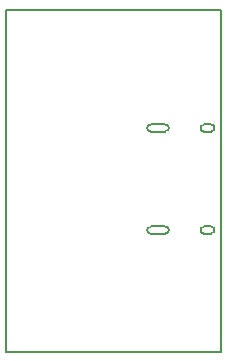
<source format=gm1>
G04 #@! TF.GenerationSoftware,KiCad,Pcbnew,5.0.1*
G04 #@! TF.CreationDate,2018-12-06T20:50:16-08:00*
G04 #@! TF.ProjectId,pmod-samd21,706D6F642D73616D6432312E6B696361,rev?*
G04 #@! TF.SameCoordinates,PX8822960PY9c3a754*
G04 #@! TF.FileFunction,Profile,NP*
%FSLAX46Y46*%
G04 Gerber Fmt 4.6, Leading zero omitted, Abs format (unit mm)*
G04 Created by KiCad (PCBNEW 5.0.1) date Thu 06 Dec 2018 08:50:16 PM PST*
%MOMM*%
%LPD*%
G01*
G04 APERTURE LIST*
%ADD10C,0.150000*%
G04 #@! TA.AperFunction,NonConductor*
%ADD11C,0.200000*%
G04 #@! TD*
G04 APERTURE END LIST*
D10*
X0Y0D02*
X12700Y-12700D01*
X0Y28943300D02*
X0Y0D01*
X18161000Y28943300D02*
X0Y28943300D01*
X18161000Y-12700D02*
X18161000Y28943300D01*
X12700Y-12700D02*
X18161000Y-12700D01*
D11*
G04 #@! TO.C,J3*
X16752000Y18612300D02*
X17352000Y18612300D01*
X16732000Y19212300D02*
X17332000Y19212300D01*
X16732000Y10572300D02*
X17332000Y10572300D01*
X16732000Y9972300D02*
X17332000Y9972300D01*
X12222000Y19212300D02*
X13462000Y19212300D01*
X13462000Y18612300D02*
G75*
G03X13462000Y19212300I0J300000D01*
G01*
X12222000Y18612300D02*
X13462000Y18612300D01*
X12222000Y19212300D02*
G75*
G03X12222000Y18612300I0J-300000D01*
G01*
X12222000Y10572300D02*
G75*
G03X12222000Y9972300I0J-300000D01*
G01*
X16732000Y10572300D02*
G75*
G03X16732000Y9972300I0J-300000D01*
G01*
X16732000Y19212300D02*
G75*
G03X16732000Y18612300I0J-300000D01*
G01*
X17332000Y18612300D02*
G75*
G03X17332000Y19212300I0J300000D01*
G01*
X17332000Y9972300D02*
G75*
G03X17332000Y10572300I0J300000D01*
G01*
X13462000Y9972300D02*
G75*
G03X13462000Y10572300I0J300000D01*
G01*
X12222000Y9972300D02*
X13462000Y9972300D01*
X12222000Y10572300D02*
X13462000Y10572300D01*
G04 #@! TD*
M02*

</source>
